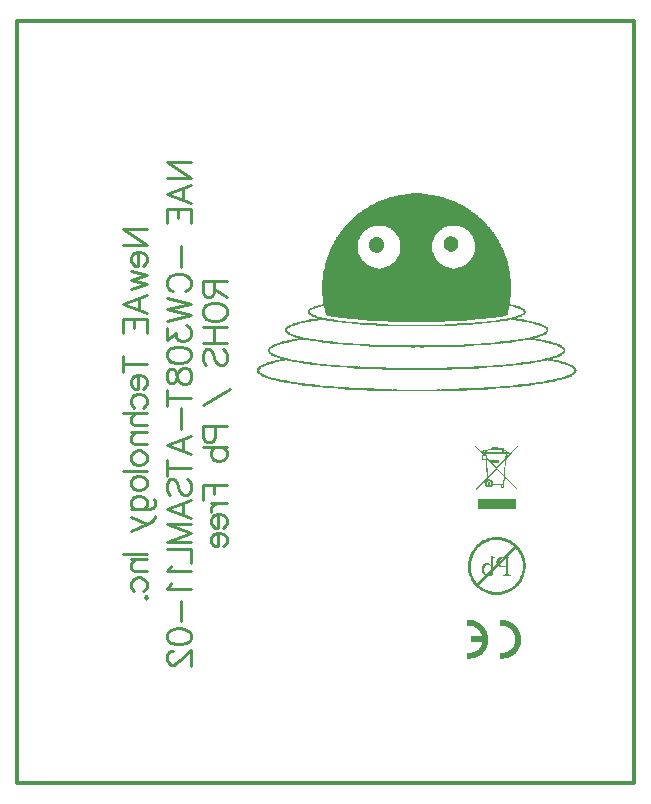
<source format=gbo>
G04*
G04 #@! TF.GenerationSoftware,Altium Limited,Altium Designer,19.0.12 (326)*
G04*
G04 Layer_Color=32896*
%FSLAX25Y25*%
%MOIN*%
G70*
G01*
G75*
%ADD12C,0.01181*%
%ADD14C,0.01000*%
G36*
X135015Y196368D02*
X136899D01*
Y196179D01*
X138218D01*
Y195991D01*
X139348D01*
Y195802D01*
X140290D01*
Y195614D01*
X141044D01*
Y195426D01*
X141797D01*
Y195237D01*
X142362D01*
Y195049D01*
X142928D01*
Y194860D01*
X143493D01*
Y194672D01*
X144058D01*
Y194484D01*
X144435D01*
Y194295D01*
X145000D01*
Y194107D01*
X145377D01*
Y193919D01*
X145942D01*
Y193730D01*
X146319D01*
Y193542D01*
X146695D01*
Y193353D01*
X147072D01*
Y193165D01*
X147449D01*
Y192977D01*
X147826D01*
Y192788D01*
X148203D01*
Y192600D01*
X148579D01*
Y192411D01*
X148956D01*
Y192223D01*
X149145D01*
Y192035D01*
X149521D01*
Y191846D01*
X149710D01*
Y191658D01*
X150087D01*
Y191470D01*
X150463D01*
Y191281D01*
X150652D01*
Y191093D01*
X151029D01*
Y190904D01*
X151217D01*
Y190716D01*
X151405D01*
Y190527D01*
X151782D01*
Y190339D01*
X151971D01*
Y190151D01*
X152347D01*
Y189962D01*
X152536D01*
Y189774D01*
X152724D01*
Y189586D01*
X152912D01*
Y189397D01*
X153289D01*
Y189209D01*
X153478D01*
Y189020D01*
X153666D01*
Y188832D01*
X153854D01*
Y188644D01*
X154043D01*
Y188455D01*
X154231D01*
Y188267D01*
X154420D01*
Y188078D01*
X154608D01*
Y187890D01*
X154985D01*
Y187702D01*
X155173D01*
Y187513D01*
X155361D01*
Y187325D01*
X155550D01*
Y187136D01*
X155738D01*
Y186948D01*
X155927D01*
Y186760D01*
X156115D01*
Y186571D01*
Y186383D01*
X156304D01*
Y186195D01*
X156492D01*
Y186006D01*
X156680D01*
Y185818D01*
X156869D01*
Y185629D01*
X157057D01*
Y185441D01*
X157246D01*
Y185253D01*
X157434D01*
Y185064D01*
Y184876D01*
X157622D01*
Y184687D01*
X157811D01*
Y184499D01*
X157999D01*
Y184311D01*
X158187D01*
Y184122D01*
Y183934D01*
X158376D01*
Y183746D01*
X158564D01*
Y183557D01*
X158753D01*
Y183369D01*
Y183180D01*
X158941D01*
Y182992D01*
X159129D01*
Y182803D01*
Y182615D01*
X159318D01*
Y182427D01*
X159506D01*
Y182238D01*
Y182050D01*
X159695D01*
Y181861D01*
X159883D01*
Y181673D01*
Y181485D01*
X160071D01*
Y181296D01*
X160260D01*
Y181108D01*
Y180920D01*
X160448D01*
Y180731D01*
Y180543D01*
X160636D01*
Y180354D01*
Y180166D01*
X160825D01*
Y179978D01*
Y179789D01*
X161013D01*
Y179601D01*
X161202D01*
Y179412D01*
Y179224D01*
X161390D01*
Y179036D01*
Y178847D01*
X161579D01*
Y178659D01*
Y178471D01*
Y178282D01*
X161767D01*
Y178094D01*
Y177905D01*
X161955D01*
Y177717D01*
Y177529D01*
X162144D01*
Y177340D01*
Y177152D01*
Y176963D01*
X162332D01*
Y176775D01*
Y176587D01*
X162520D01*
Y176398D01*
Y176210D01*
X162709D01*
Y176021D01*
Y175833D01*
Y175645D01*
X162897D01*
Y175456D01*
Y175268D01*
Y175079D01*
X163086D01*
Y174891D01*
Y174703D01*
Y174514D01*
X163274D01*
Y174326D01*
Y174137D01*
Y173949D01*
X163462D01*
Y173761D01*
Y173572D01*
Y173384D01*
Y173196D01*
X163651D01*
Y173007D01*
Y172819D01*
Y172630D01*
Y172442D01*
X163839D01*
Y172254D01*
Y172065D01*
Y171877D01*
Y171688D01*
X164028D01*
Y171500D01*
Y171312D01*
Y171123D01*
Y170935D01*
Y170746D01*
X164216D01*
Y170558D01*
Y170370D01*
Y170181D01*
Y169993D01*
Y169805D01*
Y169616D01*
X164404D01*
Y169428D01*
Y169239D01*
Y169051D01*
Y168862D01*
Y168674D01*
Y168486D01*
Y168297D01*
Y168109D01*
Y167921D01*
X164593D01*
Y167732D01*
Y167544D01*
Y167355D01*
Y167167D01*
Y166979D01*
Y166790D01*
Y166602D01*
Y166413D01*
Y166225D01*
Y166037D01*
Y165848D01*
Y165660D01*
Y165471D01*
Y165283D01*
Y165095D01*
Y164906D01*
Y164718D01*
Y164530D01*
Y164341D01*
Y164153D01*
Y163964D01*
Y163776D01*
Y163588D01*
Y163399D01*
Y163211D01*
Y163022D01*
Y162834D01*
Y162646D01*
Y162457D01*
Y162269D01*
Y162080D01*
X164404D01*
Y161892D01*
Y161704D01*
Y161515D01*
Y161327D01*
Y161138D01*
Y160950D01*
Y160762D01*
Y160573D01*
Y160385D01*
Y160196D01*
X164216D01*
Y160008D01*
Y159820D01*
Y159631D01*
X164593D01*
Y159443D01*
X165346D01*
Y159255D01*
X166100D01*
Y159066D01*
X166853D01*
Y158878D01*
X167419D01*
Y158689D01*
X167795D01*
Y158501D01*
X168172D01*
Y158313D01*
X168549D01*
Y158124D01*
X168926D01*
Y157936D01*
X169114D01*
Y157747D01*
X169302D01*
Y157559D01*
Y157371D01*
X169491D01*
Y157182D01*
Y156994D01*
Y156806D01*
Y156617D01*
X169302D01*
Y156429D01*
X169114D01*
Y156240D01*
Y156052D01*
X168737D01*
Y155863D01*
X168361D01*
Y155675D01*
X168172D01*
Y155487D01*
X167607D01*
Y155298D01*
X167042D01*
Y155110D01*
X166477D01*
Y154922D01*
Y154733D01*
X167607D01*
Y154545D01*
X168926D01*
Y154356D01*
X169868D01*
Y154168D01*
X170810D01*
Y153980D01*
X171563D01*
Y153791D01*
X172317D01*
Y153603D01*
X173070D01*
Y153414D01*
X173824D01*
Y153226D01*
X174389D01*
Y153038D01*
X174766D01*
Y152849D01*
X175331D01*
Y152661D01*
X175708D01*
Y152472D01*
X176085D01*
Y152284D01*
X176273D01*
Y152096D01*
X176650D01*
Y151907D01*
X176838D01*
Y151719D01*
Y151531D01*
X177027D01*
Y151342D01*
Y151154D01*
Y150965D01*
Y150777D01*
Y150589D01*
Y150400D01*
X176838D01*
Y150212D01*
X176650D01*
Y150023D01*
X176461D01*
Y149835D01*
X176273D01*
Y149647D01*
X176085D01*
Y149458D01*
X175519D01*
Y149270D01*
X175143D01*
Y149081D01*
X174766D01*
Y148893D01*
X174201D01*
Y148705D01*
X173635D01*
Y148516D01*
X172694D01*
Y148328D01*
Y148140D01*
X173447D01*
Y147951D01*
X174577D01*
Y147763D01*
X175519D01*
Y147574D01*
X176273D01*
Y147386D01*
X177215D01*
Y147197D01*
X177969D01*
Y147009D01*
X178534D01*
Y146821D01*
X179287D01*
Y146632D01*
X179852D01*
Y146444D01*
X180229D01*
Y146256D01*
X180794D01*
Y146067D01*
X181171D01*
Y145879D01*
X181548D01*
Y145690D01*
X181736D01*
Y145502D01*
X182113D01*
Y145314D01*
X182301D01*
Y145125D01*
X182490D01*
Y144937D01*
Y144748D01*
X182678D01*
Y144560D01*
Y144372D01*
Y144183D01*
Y143995D01*
Y143806D01*
Y143618D01*
X182490D01*
Y143430D01*
Y143241D01*
X182301D01*
Y143053D01*
X182113D01*
Y142865D01*
X181736D01*
Y142676D01*
X181548D01*
Y142488D01*
X181171D01*
Y142299D01*
X180794D01*
Y142111D01*
X180229D01*
Y141922D01*
X179852D01*
Y141734D01*
X179099D01*
Y141546D01*
X178722D01*
Y141357D01*
Y141169D01*
X179476D01*
Y140981D01*
X180418D01*
Y140792D01*
X181171D01*
Y140604D01*
X181736D01*
Y140415D01*
X182490D01*
Y140227D01*
X183055D01*
Y140039D01*
X183620D01*
Y139850D01*
X183997D01*
Y139662D01*
X184374D01*
Y139473D01*
X184751D01*
Y139285D01*
X185127D01*
Y139097D01*
X185504D01*
Y138908D01*
X185693D01*
Y138720D01*
X185881D01*
Y138531D01*
X186069D01*
Y138343D01*
X186258D01*
Y138155D01*
Y137966D01*
Y137778D01*
X186446D01*
Y137590D01*
Y137401D01*
Y137213D01*
X186258D01*
Y137024D01*
Y136836D01*
X186069D01*
Y136648D01*
Y136459D01*
X185881D01*
Y136271D01*
X185693D01*
Y136082D01*
X185316D01*
Y135894D01*
X184939D01*
Y135706D01*
X184751D01*
Y135517D01*
X184185D01*
Y135329D01*
X183809D01*
Y135140D01*
X183432D01*
Y134952D01*
X182867D01*
Y134764D01*
X182113D01*
Y134575D01*
X181548D01*
Y134387D01*
X180794D01*
Y134198D01*
X180041D01*
Y134010D01*
X179287D01*
Y133822D01*
X178345D01*
Y133633D01*
X177403D01*
Y133445D01*
X176273D01*
Y133256D01*
X175143D01*
Y133068D01*
X174201D01*
Y132880D01*
X172694D01*
Y132691D01*
X171186D01*
Y132503D01*
X169868D01*
Y132315D01*
X168172D01*
Y132126D01*
X166288D01*
Y131938D01*
X164404D01*
Y131749D01*
X162332D01*
Y131561D01*
X159506D01*
Y131373D01*
X156869D01*
Y131184D01*
X153854D01*
Y130996D01*
X149898D01*
Y130807D01*
X149710D01*
Y130996D01*
X149521D01*
Y130807D01*
X149333D01*
Y130996D01*
X149145D01*
Y130807D01*
X148956D01*
Y130996D01*
X148768D01*
Y130807D01*
X143305D01*
Y130619D01*
X122958D01*
Y130807D01*
X117306D01*
Y130996D01*
X117118D01*
Y130807D01*
X116930D01*
Y130996D01*
X116741D01*
Y130807D01*
X116553D01*
Y130996D01*
X112408D01*
Y131184D01*
X109394D01*
Y131373D01*
X106945D01*
Y131561D01*
X103931D01*
Y131749D01*
X102047D01*
Y131938D01*
X99974D01*
Y132126D01*
X98279D01*
Y132315D01*
X96395D01*
Y132503D01*
X94888D01*
Y132691D01*
X93569D01*
Y132880D01*
X92250D01*
Y133068D01*
X91120D01*
Y133256D01*
X89990D01*
Y133445D01*
X88859D01*
Y133633D01*
X87917D01*
Y133822D01*
X87164D01*
Y134010D01*
X86222D01*
Y134198D01*
X85468D01*
Y134387D01*
X84715D01*
Y134575D01*
X84149D01*
Y134764D01*
X83584D01*
Y134952D01*
X83019D01*
Y135140D01*
X82454D01*
Y135329D01*
X82077D01*
Y135517D01*
X81700D01*
Y135706D01*
X81324D01*
Y135894D01*
X80947D01*
Y136082D01*
X80759D01*
Y136271D01*
X80382D01*
Y136459D01*
X80193D01*
Y136648D01*
Y136836D01*
X80005D01*
Y137024D01*
Y137213D01*
Y137401D01*
Y137590D01*
Y137778D01*
Y137966D01*
Y138155D01*
Y138343D01*
X80193D01*
Y138531D01*
X80382D01*
Y138720D01*
X80570D01*
Y138908D01*
X80759D01*
Y139097D01*
X81135D01*
Y139285D01*
X81512D01*
Y139473D01*
X81889D01*
Y139662D01*
X82266D01*
Y139850D01*
X82831D01*
Y140039D01*
X83208D01*
Y140227D01*
X83773D01*
Y140415D01*
X84526D01*
Y140604D01*
X85092D01*
Y140792D01*
X86033D01*
Y140981D01*
X86787D01*
Y141169D01*
X87729D01*
Y141357D01*
X87541D01*
Y141546D01*
X87164D01*
Y141734D01*
X86410D01*
Y141922D01*
X86033D01*
Y142111D01*
X85468D01*
Y142299D01*
X85092D01*
Y142488D01*
X84715D01*
Y142676D01*
X84526D01*
Y142865D01*
X84149D01*
Y143053D01*
X83961D01*
Y143241D01*
X83773D01*
Y143430D01*
Y143618D01*
X83584D01*
Y143806D01*
Y143995D01*
Y144183D01*
Y144372D01*
Y144560D01*
Y144748D01*
X83773D01*
Y144937D01*
X83961D01*
Y145125D01*
Y145314D01*
X84338D01*
Y145502D01*
X84526D01*
Y145690D01*
X84903D01*
Y145879D01*
X85280D01*
Y146067D01*
X85657D01*
Y146256D01*
X86033D01*
Y146444D01*
X86599D01*
Y146632D01*
X87164D01*
Y146821D01*
X87729D01*
Y147009D01*
X88294D01*
Y147197D01*
X89048D01*
Y147386D01*
X89990D01*
Y147574D01*
X90932D01*
Y147763D01*
X91685D01*
Y147951D01*
X92816D01*
Y148140D01*
X93569D01*
Y148328D01*
X93381D01*
Y148516D01*
X92627D01*
Y148705D01*
X92062D01*
Y148893D01*
X91497D01*
Y149081D01*
X91120D01*
Y149270D01*
X90743D01*
Y149458D01*
X90366D01*
Y149647D01*
X89990D01*
Y149835D01*
X89801D01*
Y150023D01*
X89613D01*
Y150212D01*
X89425D01*
Y150400D01*
X89236D01*
Y150589D01*
Y150777D01*
Y150965D01*
Y151154D01*
Y151342D01*
Y151531D01*
X89425D01*
Y151719D01*
Y151907D01*
X89613D01*
Y152096D01*
X89990D01*
Y152284D01*
X90178D01*
Y152472D01*
X90555D01*
Y152661D01*
X90932D01*
Y152849D01*
X91497D01*
Y153038D01*
X91874D01*
Y153226D01*
X92627D01*
Y153414D01*
X93192D01*
Y153603D01*
X93946D01*
Y153791D01*
X94700D01*
Y153980D01*
X95453D01*
Y154168D01*
X96395D01*
Y154356D01*
X97337D01*
Y154545D01*
X98656D01*
Y154733D01*
X99786D01*
Y154922D01*
Y155110D01*
X99221D01*
Y155298D01*
X98656D01*
Y155487D01*
X98279D01*
Y155675D01*
X97902D01*
Y155863D01*
X97525D01*
Y156052D01*
X97337D01*
Y156240D01*
X97149D01*
Y156429D01*
X96960D01*
Y156617D01*
Y156806D01*
X96772D01*
Y156994D01*
Y157182D01*
X96960D01*
Y157371D01*
Y157559D01*
Y157747D01*
X97149D01*
Y157936D01*
X97337D01*
Y158124D01*
X97714D01*
Y158313D01*
X98090D01*
Y158501D01*
X98467D01*
Y158689D01*
X99032D01*
Y158878D01*
X99598D01*
Y159066D01*
X100163D01*
Y159255D01*
X100916D01*
Y159443D01*
X101670D01*
Y159631D01*
X102047D01*
Y159820D01*
Y160008D01*
Y160196D01*
Y160385D01*
Y160573D01*
X101858D01*
Y160762D01*
Y160950D01*
Y161138D01*
Y161327D01*
Y161515D01*
Y161704D01*
Y161892D01*
Y162080D01*
Y162269D01*
X101670D01*
Y162457D01*
Y162646D01*
Y162834D01*
Y163022D01*
Y163211D01*
Y163399D01*
Y163588D01*
Y163776D01*
Y163964D01*
Y164153D01*
Y164341D01*
Y164530D01*
Y164718D01*
Y164906D01*
Y165095D01*
Y165283D01*
Y165471D01*
Y165660D01*
Y165848D01*
Y166037D01*
Y166225D01*
Y166413D01*
Y166602D01*
Y166790D01*
Y166979D01*
Y167167D01*
Y167355D01*
Y167544D01*
X101858D01*
Y167732D01*
Y167921D01*
Y168109D01*
Y168297D01*
Y168486D01*
Y168674D01*
Y168862D01*
Y169051D01*
Y169239D01*
Y169428D01*
X102047D01*
Y169616D01*
Y169805D01*
Y169993D01*
Y170181D01*
Y170370D01*
Y170558D01*
X102235D01*
Y170746D01*
Y170935D01*
Y171123D01*
Y171312D01*
Y171500D01*
X102424D01*
Y171688D01*
Y171877D01*
Y172065D01*
Y172254D01*
Y172442D01*
X102612D01*
Y172630D01*
Y172819D01*
Y173007D01*
Y173196D01*
X102800D01*
Y173384D01*
Y173572D01*
Y173761D01*
X102989D01*
Y173949D01*
Y174137D01*
Y174326D01*
X103177D01*
Y174514D01*
Y174703D01*
Y174891D01*
X103366D01*
Y175079D01*
Y175268D01*
Y175456D01*
X103554D01*
Y175645D01*
Y175833D01*
Y176021D01*
X103742D01*
Y176210D01*
Y176398D01*
Y176587D01*
X103931D01*
Y176775D01*
Y176963D01*
X104119D01*
Y177152D01*
Y177340D01*
X104307D01*
Y177529D01*
Y177717D01*
Y177905D01*
X104496D01*
Y178094D01*
Y178282D01*
X104684D01*
Y178471D01*
Y178659D01*
X104873D01*
Y178847D01*
Y179036D01*
X105061D01*
Y179224D01*
Y179412D01*
X105249D01*
Y179601D01*
Y179789D01*
X105438D01*
Y179978D01*
Y180166D01*
X105626D01*
Y180354D01*
Y180543D01*
X105815D01*
Y180731D01*
Y180920D01*
X106003D01*
Y181108D01*
X106191D01*
Y181296D01*
Y181485D01*
X106380D01*
Y181673D01*
Y181861D01*
X106568D01*
Y182050D01*
X106756D01*
Y182238D01*
Y182427D01*
X106945D01*
Y182615D01*
X107133D01*
Y182803D01*
Y182992D01*
X107322D01*
Y183180D01*
X107510D01*
Y183369D01*
X107699D01*
Y183557D01*
Y183746D01*
X107887D01*
Y183934D01*
X108075D01*
Y184122D01*
X108264D01*
Y184311D01*
Y184499D01*
X108452D01*
Y184687D01*
X108640D01*
Y184876D01*
X108829D01*
Y185064D01*
X109017D01*
Y185253D01*
Y185441D01*
X109206D01*
Y185629D01*
X109394D01*
Y185818D01*
X109582D01*
Y186006D01*
X109771D01*
Y186195D01*
X109959D01*
Y186383D01*
X110148D01*
Y186571D01*
X110336D01*
Y186760D01*
X110524D01*
Y186948D01*
X110713D01*
Y187136D01*
X110901D01*
Y187325D01*
Y187513D01*
X111278D01*
Y187702D01*
X111466D01*
Y187890D01*
X111655D01*
Y188078D01*
X111843D01*
Y188267D01*
X112031D01*
Y188455D01*
X112220D01*
Y188644D01*
X112408D01*
Y188832D01*
X112597D01*
Y189020D01*
X112785D01*
Y189209D01*
X113162D01*
Y189397D01*
X113350D01*
Y189586D01*
X113539D01*
Y189774D01*
X113727D01*
Y189962D01*
X114104D01*
Y190151D01*
X114292D01*
Y190339D01*
X114481D01*
Y190527D01*
X114857D01*
Y190716D01*
X115046D01*
Y190904D01*
X115234D01*
Y191093D01*
X115611D01*
Y191281D01*
X115988D01*
Y191470D01*
X116176D01*
Y191658D01*
X116553D01*
Y191846D01*
X116741D01*
Y192035D01*
X117118D01*
Y192223D01*
X117495D01*
Y192411D01*
X117683D01*
Y192600D01*
X118060D01*
Y192788D01*
X118437D01*
Y192977D01*
X118814D01*
Y193165D01*
X119190D01*
Y193353D01*
X119567D01*
Y193542D01*
X119944D01*
Y193730D01*
X120321D01*
Y193919D01*
X120886D01*
Y194107D01*
X121263D01*
Y194295D01*
X121828D01*
Y194484D01*
X122205D01*
Y194672D01*
X122770D01*
Y194860D01*
X123335D01*
Y195049D01*
X123900D01*
Y195237D01*
X124465D01*
Y195426D01*
X125407D01*
Y195614D01*
X125972D01*
Y195802D01*
X126914D01*
Y195991D01*
X128045D01*
Y196179D01*
X129364D01*
Y196368D01*
X131247D01*
Y196556D01*
X135015D01*
Y196368D01*
D02*
G37*
G36*
X162030Y54366D02*
X162516Y54320D01*
X162955Y54204D01*
X163395Y54088D01*
X163788Y53949D01*
X164182Y53787D01*
X164529Y53625D01*
X164830Y53440D01*
X165131Y53255D01*
X165385Y53093D01*
X165593Y52931D01*
X165779Y52792D01*
X165940Y52677D01*
X166033Y52584D01*
X166103Y52515D01*
X166126Y52491D01*
X166450Y52121D01*
X166750Y51751D01*
X167005Y51381D01*
X167213Y50987D01*
X167398Y50594D01*
X167537Y50224D01*
X167676Y49854D01*
X167769Y49506D01*
X167838Y49183D01*
X167907Y48882D01*
X167931Y48604D01*
X167977Y48373D01*
Y48188D01*
X168000Y48049D01*
Y47956D01*
Y47933D01*
X167977Y47447D01*
X167907Y46984D01*
X167815Y46521D01*
X167699Y46105D01*
X167560Y45688D01*
X167398Y45318D01*
X167236Y44971D01*
X167051Y44647D01*
X166889Y44369D01*
X166727Y44115D01*
X166565Y43907D01*
X166427Y43721D01*
X166288Y43560D01*
X166195Y43467D01*
X166149Y43398D01*
X166126Y43374D01*
X165755Y43050D01*
X165385Y42750D01*
X164992Y42495D01*
X164598Y42287D01*
X164228Y42102D01*
X163835Y41963D01*
X163465Y41824D01*
X163118Y41731D01*
X162794Y41662D01*
X162493Y41593D01*
X162215Y41569D01*
X161984Y41523D01*
X161799D01*
X161660Y41500D01*
X161312D01*
X161104Y41523D01*
X160896D01*
Y43467D01*
X161127Y43444D01*
X161336Y43421D01*
X161544D01*
X161891Y43444D01*
X162215Y43467D01*
X162539Y43536D01*
X162840Y43629D01*
X163372Y43837D01*
X163835Y44092D01*
X164043Y44207D01*
X164228Y44323D01*
X164367Y44439D01*
X164506Y44531D01*
X164598Y44624D01*
X164668Y44693D01*
X164714Y44717D01*
X164737Y44740D01*
X164969Y44994D01*
X165177Y45272D01*
X165339Y45526D01*
X165501Y45804D01*
X165617Y46082D01*
X165732Y46336D01*
X165894Y46845D01*
X165987Y47285D01*
X166010Y47470D01*
X166033Y47632D01*
X166056Y47748D01*
Y47840D01*
Y47910D01*
Y47933D01*
X166033Y48280D01*
X166010Y48604D01*
X165940Y48928D01*
X165848Y49229D01*
X165640Y49761D01*
X165385Y50224D01*
X165269Y50432D01*
X165154Y50617D01*
X165038Y50756D01*
X164945Y50895D01*
X164853Y50987D01*
X164784Y51057D01*
X164760Y51103D01*
X164737Y51126D01*
X164483Y51358D01*
X164228Y51566D01*
X163951Y51751D01*
X163673Y51913D01*
X163418Y52029D01*
X163141Y52144D01*
X162655Y52306D01*
X162215Y52399D01*
X162007Y52422D01*
X161868Y52445D01*
X161729Y52468D01*
X161312D01*
X161104Y52445D01*
X160942Y52422D01*
X160896D01*
Y54366D01*
X161104Y54389D01*
X161544D01*
X162030Y54366D01*
D02*
G37*
G36*
X151061D02*
X151548Y54320D01*
X151987Y54204D01*
X152427Y54088D01*
X152820Y53949D01*
X153214Y53787D01*
X153561Y53625D01*
X153861Y53440D01*
X154162Y53255D01*
X154417Y53093D01*
X154625Y52931D01*
X154810Y52792D01*
X154972Y52677D01*
X155065Y52584D01*
X155134Y52515D01*
X155157Y52491D01*
X155481Y52121D01*
X155782Y51751D01*
X156037Y51381D01*
X156245Y50987D01*
X156430Y50594D01*
X156569Y50224D01*
X156708Y49854D01*
X156800Y49506D01*
X156870Y49183D01*
X156939Y48882D01*
X156962Y48604D01*
X157009Y48373D01*
Y48188D01*
X157032Y48049D01*
Y47956D01*
Y47933D01*
X157009Y47447D01*
X156939Y46984D01*
X156846Y46521D01*
X156731Y46105D01*
X156592Y45688D01*
X156430Y45318D01*
X156268Y44971D01*
X156083Y44647D01*
X155921Y44369D01*
X155759Y44115D01*
X155597Y43907D01*
X155458Y43721D01*
X155319Y43560D01*
X155227Y43467D01*
X155180Y43398D01*
X155157Y43374D01*
X154787Y43050D01*
X154417Y42750D01*
X154023Y42495D01*
X153630Y42287D01*
X153260Y42102D01*
X152866Y41963D01*
X152496Y41824D01*
X152149Y41731D01*
X151825Y41662D01*
X151524Y41593D01*
X151247Y41569D01*
X151015Y41523D01*
X150830D01*
X150691Y41500D01*
X150344D01*
X150136Y41523D01*
X149928D01*
X149951Y43467D01*
X150159Y43444D01*
X150367Y43421D01*
X150576D01*
X150876Y43444D01*
X151154Y43467D01*
X151686Y43583D01*
X152172Y43745D01*
X152589Y43930D01*
X152936Y44092D01*
X153075Y44184D01*
X153190Y44254D01*
X153306Y44323D01*
X153375Y44369D01*
X153399Y44416D01*
X153422D01*
X153838Y44809D01*
X154185Y45249D01*
X154463Y45665D01*
X154671Y46082D01*
X154810Y46429D01*
X154880Y46591D01*
X154926Y46730D01*
X154949Y46822D01*
X154972Y46915D01*
X154995Y46961D01*
Y46984D01*
X151224D01*
Y48905D01*
X154995D01*
X154833Y49460D01*
X154602Y49969D01*
X154347Y50409D01*
X154093Y50779D01*
X153838Y51080D01*
X153630Y51288D01*
X153468Y51427D01*
X153445Y51473D01*
X153422D01*
X153190Y51658D01*
X152936Y51797D01*
X152450Y52052D01*
X151964Y52237D01*
X151524Y52353D01*
X151154Y52422D01*
X150992Y52445D01*
X150853D01*
X150738Y52468D01*
X150344D01*
X150136Y52445D01*
X149974Y52422D01*
X149928D01*
Y54366D01*
X150182Y54389D01*
X150576D01*
X151061Y54366D01*
D02*
G37*
G36*
X160568Y82061D02*
X161285Y81969D01*
X161956Y81830D01*
X162604Y81645D01*
X163206Y81437D01*
X163761Y81182D01*
X164294Y80928D01*
X164756Y80673D01*
X165196Y80395D01*
X165566Y80141D01*
X165890Y79909D01*
X166168Y79678D01*
X166399Y79493D01*
X166538Y79354D01*
X166654Y79262D01*
X166677Y79238D01*
X167163Y78683D01*
X167603Y78128D01*
X167996Y77549D01*
X168297Y76971D01*
X168574Y76392D01*
X168806Y75814D01*
X168991Y75282D01*
X169153Y74749D01*
X169269Y74263D01*
X169361Y73800D01*
X169407Y73407D01*
X169454Y73060D01*
X169477Y72782D01*
X169500Y72574D01*
Y72435D01*
Y72412D01*
Y72389D01*
X169477Y71649D01*
X169384Y70954D01*
X169246Y70260D01*
X169060Y69635D01*
X168852Y69034D01*
X168597Y68455D01*
X168343Y67946D01*
X168088Y67460D01*
X167834Y67044D01*
X167579Y66650D01*
X167325Y66326D01*
X167117Y66049D01*
X166931Y65840D01*
X166793Y65678D01*
X166700Y65563D01*
X166677Y65539D01*
X166145Y65054D01*
X165566Y64614D01*
X164988Y64221D01*
X164409Y63920D01*
X163831Y63642D01*
X163275Y63411D01*
X162720Y63226D01*
X162188Y63064D01*
X161702Y62948D01*
X161239Y62855D01*
X160846Y62809D01*
X160498Y62763D01*
X160221Y62740D01*
X160013Y62717D01*
X159827D01*
X159087Y62740D01*
X158393Y62832D01*
X157722Y62971D01*
X157074Y63156D01*
X156472Y63364D01*
X155917Y63619D01*
X155385Y63873D01*
X154922Y64128D01*
X154482Y64382D01*
X154112Y64637D01*
X153788Y64892D01*
X153510Y65100D01*
X153279Y65285D01*
X153140Y65424D01*
X153024Y65516D01*
X153001Y65539D01*
X152492Y66095D01*
X152052Y66650D01*
X151682Y67229D01*
X151358Y67807D01*
X151081Y68386D01*
X150849Y68964D01*
X150664Y69520D01*
X150502Y70029D01*
X150386Y70515D01*
X150294Y70977D01*
X150248Y71371D01*
X150201Y71718D01*
X150178Y71996D01*
X150155Y72204D01*
Y72343D01*
Y72389D01*
X150178Y73129D01*
X150271Y73824D01*
X150409Y74518D01*
X150595Y75143D01*
X150803Y75744D01*
X151057Y76323D01*
X151312Y76832D01*
X151567Y77318D01*
X151844Y77758D01*
X152099Y78128D01*
X152330Y78452D01*
X152561Y78729D01*
X152747Y78961D01*
X152885Y79100D01*
X152978Y79215D01*
X153001Y79238D01*
X153533Y79747D01*
X154112Y80187D01*
X154667Y80557D01*
X155269Y80881D01*
X155824Y81159D01*
X156403Y81390D01*
X156958Y81576D01*
X157467Y81738D01*
X157953Y81853D01*
X158416Y81946D01*
X158809Y81992D01*
X159156Y82038D01*
X159434Y82061D01*
X159642Y82085D01*
X159827D01*
X160568Y82061D01*
D02*
G37*
G36*
X167000Y112210D02*
X163089Y108138D01*
X162974Y107027D01*
X162719Y104366D01*
X162534Y102445D01*
X166722Y98118D01*
X166445Y97840D01*
X162488Y101890D01*
X162256Y99414D01*
X162141D01*
Y98465D01*
X161261D01*
Y99414D01*
X158531D01*
X158438Y99229D01*
X158299Y99044D01*
X158114Y98835D01*
X157860Y98650D01*
X157559Y98558D01*
X157281Y98535D01*
X157003D01*
X156795Y98604D01*
X156541Y98697D01*
X156333Y98835D01*
X156170Y98997D01*
X156009Y99229D01*
X155893Y99483D01*
X155823Y99715D01*
X155800Y99923D01*
X155823Y100154D01*
X155870Y100339D01*
X155939Y100525D01*
X156032Y100710D01*
X156147Y100872D01*
X156309Y101034D01*
X156494Y101149D01*
X156656Y101219D01*
X156633Y101427D01*
X153162Y97840D01*
X152885Y98141D01*
X156587Y101982D01*
X156286Y105338D01*
X156078Y107767D01*
X154967D01*
Y109318D01*
X155268D01*
X152445Y112210D01*
X152746Y112488D01*
X155384Y109757D01*
Y109966D01*
X155337Y110012D01*
X155268Y110058D01*
X155199Y110128D01*
X155129Y110197D01*
X155083Y110313D01*
X155060Y110405D01*
X155037Y110521D01*
X155060Y110660D01*
X155106Y110752D01*
X155199Y110915D01*
X155314Y111007D01*
X155476Y111076D01*
X155638Y111100D01*
X155800Y111076D01*
X155939Y111030D01*
X156055Y110961D01*
X156101Y110891D01*
X156217Y110984D01*
X156379Y111100D01*
X156587Y111192D01*
X156888Y111308D01*
X157212Y111400D01*
X157536Y111470D01*
X157883Y111539D01*
X158160Y111562D01*
Y111909D01*
X160382D01*
Y111609D01*
X160567D01*
X160845Y111585D01*
X161146Y111539D01*
X161446Y111493D01*
Y111678D01*
X162395D01*
Y111238D01*
X162511Y111169D01*
X162673Y111100D01*
X162835Y111007D01*
X162974Y110915D01*
X163112Y110799D01*
X163205Y110706D01*
X163251Y110637D01*
X163298Y110544D01*
X163275Y110382D01*
X163830D01*
Y109665D01*
X163228D01*
X163136Y108762D01*
X166722Y112488D01*
X167000Y112210D01*
D02*
G37*
G36*
X166167Y94647D02*
Y94601D01*
Y94508D01*
Y94416D01*
Y94323D01*
Y94231D01*
Y94184D01*
Y94161D01*
Y93791D01*
Y93444D01*
Y93282D01*
Y93166D01*
Y93097D01*
Y93073D01*
Y92657D01*
Y92472D01*
Y92310D01*
Y92171D01*
Y92079D01*
Y92009D01*
Y91986D01*
Y91824D01*
Y91708D01*
Y91616D01*
Y91569D01*
Y91500D01*
X153509D01*
Y91523D01*
Y91569D01*
Y91755D01*
Y91917D01*
Y91963D01*
Y91986D01*
Y92356D01*
Y92703D01*
Y92865D01*
Y92981D01*
Y93050D01*
Y93073D01*
Y93490D01*
Y93675D01*
Y93837D01*
Y93976D01*
Y94068D01*
Y94138D01*
Y94161D01*
Y94323D01*
Y94462D01*
Y94555D01*
Y94601D01*
Y94647D01*
Y94670D01*
X166167D01*
Y94647D01*
D02*
G37*
%LPC*%
G36*
X147072Y185818D02*
X143870D01*
Y185629D01*
X143305D01*
Y185441D01*
X142739D01*
Y185253D01*
X142362D01*
Y185064D01*
X141986D01*
Y184876D01*
X141609D01*
Y184687D01*
X141421D01*
Y184499D01*
X141044D01*
Y184311D01*
X140855D01*
Y184122D01*
X140667D01*
Y183934D01*
X140479D01*
Y183746D01*
X140290D01*
Y183557D01*
X140102D01*
Y183369D01*
X139913D01*
Y183180D01*
X139725D01*
Y182992D01*
Y182803D01*
X139537D01*
Y182615D01*
X139348D01*
Y182427D01*
Y182238D01*
X139160D01*
Y182050D01*
Y181861D01*
X138971D01*
Y181673D01*
Y181485D01*
X138783D01*
Y181296D01*
Y181108D01*
Y180920D01*
X138595D01*
Y180731D01*
Y180543D01*
Y180354D01*
X138406D01*
Y180166D01*
Y179978D01*
Y179789D01*
Y179601D01*
Y179412D01*
Y179224D01*
Y179036D01*
Y178847D01*
Y178659D01*
Y178471D01*
Y178282D01*
Y178094D01*
Y177905D01*
Y177717D01*
Y177529D01*
Y177340D01*
Y177152D01*
X138595D01*
Y176963D01*
Y176775D01*
Y176587D01*
X138783D01*
Y176398D01*
Y176210D01*
Y176021D01*
X138971D01*
Y175833D01*
Y175645D01*
X139160D01*
Y175456D01*
Y175268D01*
X139348D01*
Y175079D01*
Y174891D01*
X139537D01*
Y174703D01*
X139725D01*
Y174514D01*
Y174326D01*
X139913D01*
Y174137D01*
X140102D01*
Y173949D01*
X140290D01*
Y173761D01*
X140479D01*
Y173572D01*
X140667D01*
Y173384D01*
X140855D01*
Y173196D01*
X141044D01*
Y173007D01*
X141421D01*
Y172819D01*
X141609D01*
Y172630D01*
X141986D01*
Y172442D01*
X142362D01*
Y172254D01*
X142739D01*
Y172065D01*
X143116D01*
Y171877D01*
X143870D01*
Y171688D01*
X145000D01*
Y171500D01*
X145942D01*
Y171688D01*
X147072D01*
Y171877D01*
X147826D01*
Y172065D01*
X148203D01*
Y172254D01*
X148579D01*
Y172442D01*
X148956D01*
Y172630D01*
X149333D01*
Y172819D01*
X149521D01*
Y173007D01*
X149898D01*
Y173196D01*
X150087D01*
Y173384D01*
X150275D01*
Y173572D01*
X150463D01*
Y173761D01*
X150652D01*
Y173949D01*
X150840D01*
Y174137D01*
X151029D01*
Y174326D01*
X151217D01*
Y174514D01*
Y174703D01*
X151405D01*
Y174891D01*
X151594D01*
Y175079D01*
Y175268D01*
X151782D01*
Y175456D01*
Y175645D01*
X151971D01*
Y175833D01*
Y176021D01*
X152159D01*
Y176210D01*
Y176398D01*
X152347D01*
Y176587D01*
Y176775D01*
Y176963D01*
Y177152D01*
X152536D01*
Y177340D01*
Y177529D01*
Y177717D01*
Y177905D01*
Y178094D01*
Y178282D01*
Y178471D01*
Y178659D01*
Y178847D01*
Y179036D01*
Y179224D01*
Y179412D01*
Y179601D01*
Y179789D01*
Y179978D01*
Y180166D01*
Y180354D01*
X152347D01*
Y180543D01*
Y180731D01*
Y180920D01*
X152159D01*
Y181108D01*
Y181296D01*
Y181485D01*
X151971D01*
Y181673D01*
Y181861D01*
X151782D01*
Y182050D01*
Y182238D01*
X151594D01*
Y182427D01*
Y182615D01*
X151405D01*
Y182803D01*
X151217D01*
Y182992D01*
X151029D01*
Y183180D01*
Y183369D01*
X150840D01*
Y183557D01*
X150652D01*
Y183746D01*
X150463D01*
Y183934D01*
X150275D01*
Y184122D01*
X150087D01*
Y184311D01*
X149710D01*
Y184499D01*
X149521D01*
Y184687D01*
X149333D01*
Y184876D01*
X148956D01*
Y185064D01*
X148579D01*
Y185253D01*
X148203D01*
Y185441D01*
X147637D01*
Y185629D01*
X147072D01*
Y185818D01*
D02*
G37*
G36*
X122205D02*
X119002D01*
Y185629D01*
X118437D01*
Y185441D01*
X117872D01*
Y185253D01*
X117495D01*
Y185064D01*
X117118D01*
Y184876D01*
X116741D01*
Y184687D01*
X116553D01*
Y184499D01*
X116176D01*
Y184311D01*
X115988D01*
Y184122D01*
X115799D01*
Y183934D01*
X115611D01*
Y183746D01*
X115422D01*
Y183557D01*
X115234D01*
Y183369D01*
X115046D01*
Y183180D01*
X114857D01*
Y182992D01*
Y182803D01*
X114669D01*
Y182615D01*
X114481D01*
Y182427D01*
Y182238D01*
X114292D01*
Y182050D01*
Y181861D01*
X114104D01*
Y181673D01*
Y181485D01*
X113915D01*
Y181296D01*
Y181108D01*
X113727D01*
Y180920D01*
Y180731D01*
Y180543D01*
Y180354D01*
Y180166D01*
X113539D01*
Y179978D01*
Y179789D01*
Y179601D01*
Y179412D01*
Y179224D01*
Y179036D01*
Y178847D01*
Y178659D01*
Y178471D01*
Y178282D01*
Y178094D01*
Y177905D01*
Y177717D01*
Y177529D01*
Y177340D01*
Y177152D01*
X113727D01*
Y176963D01*
Y176775D01*
Y176587D01*
Y176398D01*
X113915D01*
Y176210D01*
Y176021D01*
X114104D01*
Y175833D01*
Y175645D01*
X114292D01*
Y175456D01*
Y175268D01*
X114481D01*
Y175079D01*
Y174891D01*
X114669D01*
Y174703D01*
X114857D01*
Y174514D01*
Y174326D01*
X115046D01*
Y174137D01*
X115234D01*
Y173949D01*
X115422D01*
Y173761D01*
X115611D01*
Y173572D01*
X115799D01*
Y173384D01*
X115988D01*
Y173196D01*
X116176D01*
Y173007D01*
X116553D01*
Y172819D01*
X116741D01*
Y172630D01*
X117118D01*
Y172442D01*
X117495D01*
Y172254D01*
X117872D01*
Y172065D01*
X118248D01*
Y171877D01*
X119002D01*
Y171688D01*
X120132D01*
Y171500D01*
X121074D01*
Y171688D01*
X122205D01*
Y171877D01*
X122958D01*
Y172065D01*
X123335D01*
Y172254D01*
X123712D01*
Y172442D01*
X124089D01*
Y172630D01*
X124465D01*
Y172819D01*
X124654D01*
Y173007D01*
X125031D01*
Y173196D01*
X125219D01*
Y173384D01*
X125407D01*
Y173572D01*
X125596D01*
Y173761D01*
X125784D01*
Y173949D01*
X125972D01*
Y174137D01*
X126161D01*
Y174326D01*
X126349D01*
Y174514D01*
Y174703D01*
X126538D01*
Y174891D01*
X126726D01*
Y175079D01*
Y175268D01*
X126914D01*
Y175456D01*
Y175645D01*
X127103D01*
Y175833D01*
Y176021D01*
X127291D01*
Y176210D01*
Y176398D01*
X127480D01*
Y176587D01*
Y176775D01*
Y176963D01*
Y177152D01*
Y177340D01*
X127668D01*
Y177529D01*
Y177717D01*
Y177905D01*
Y178094D01*
Y178282D01*
Y178471D01*
Y178659D01*
Y178847D01*
Y179036D01*
Y179224D01*
Y179412D01*
Y179601D01*
Y179789D01*
Y179978D01*
Y180166D01*
X127480D01*
Y180354D01*
Y180543D01*
Y180731D01*
Y180920D01*
X127291D01*
Y181108D01*
Y181296D01*
Y181485D01*
X127103D01*
Y181673D01*
Y181861D01*
X126914D01*
Y182050D01*
Y182238D01*
X126726D01*
Y182427D01*
Y182615D01*
X126538D01*
Y182803D01*
X126349D01*
Y182992D01*
Y183180D01*
X126161D01*
Y183369D01*
X125972D01*
Y183557D01*
X125784D01*
Y183746D01*
X125596D01*
Y183934D01*
X125407D01*
Y184122D01*
X125219D01*
Y184311D01*
X125031D01*
Y184499D01*
X124654D01*
Y184687D01*
X124465D01*
Y184876D01*
X124089D01*
Y185064D01*
X123712D01*
Y185253D01*
X123335D01*
Y185441D01*
X122770D01*
Y185629D01*
X122205D01*
Y185818D01*
D02*
G37*
G36*
X164404Y159066D02*
X164028D01*
Y158878D01*
Y158689D01*
Y158501D01*
Y158313D01*
X163839D01*
Y158124D01*
Y157936D01*
Y157747D01*
Y157559D01*
X163651D01*
Y157371D01*
Y157182D01*
Y156994D01*
Y156806D01*
Y156617D01*
X163462D01*
Y156429D01*
Y156240D01*
Y156052D01*
X163274D01*
Y155863D01*
X162897D01*
Y155675D01*
X161767D01*
Y155487D01*
X160636D01*
Y155298D01*
X159506D01*
Y155110D01*
X158187D01*
Y154922D01*
X156304D01*
Y154733D01*
X154420D01*
Y154545D01*
X152536D01*
Y154356D01*
X149898D01*
Y154168D01*
X146319D01*
Y153980D01*
X142551D01*
Y153791D01*
X123712D01*
Y153980D01*
X119944D01*
Y154168D01*
X116553D01*
Y154356D01*
X113727D01*
Y154545D01*
X111843D01*
Y154733D01*
X109959D01*
Y154922D01*
X108075D01*
Y155110D01*
X106756D01*
Y155298D01*
X105626D01*
Y155487D01*
X104496D01*
Y155675D01*
X103366D01*
Y155863D01*
X102989D01*
Y156052D01*
Y156240D01*
X102800D01*
Y156429D01*
Y156617D01*
Y156806D01*
X102612D01*
Y156994D01*
Y157182D01*
Y157371D01*
Y157559D01*
X102424D01*
Y157747D01*
Y157936D01*
Y158124D01*
Y158313D01*
Y158501D01*
X102235D01*
Y158689D01*
Y158878D01*
X102047D01*
Y159066D01*
X101858D01*
Y158878D01*
X101105D01*
Y158689D01*
X100351D01*
Y158501D01*
X99786D01*
Y158313D01*
X99221D01*
Y158124D01*
X98656D01*
Y157936D01*
X98279D01*
Y157747D01*
X98090D01*
Y157559D01*
X97714D01*
Y157371D01*
X97525D01*
Y157182D01*
Y156994D01*
Y156806D01*
Y156617D01*
X97902D01*
Y156429D01*
X98090D01*
Y156240D01*
X98467D01*
Y156052D01*
X98844D01*
Y155863D01*
X99409D01*
Y155675D01*
X99974D01*
Y155487D01*
X100728D01*
Y155298D01*
X101482D01*
Y155110D01*
X102424D01*
Y154922D01*
X103177D01*
Y154733D01*
X104119D01*
Y154545D01*
X105626D01*
Y154356D01*
X106756D01*
Y154168D01*
X108075D01*
Y153980D01*
X109582D01*
Y153791D01*
X111655D01*
Y153603D01*
X113539D01*
Y153414D01*
X115988D01*
Y153226D01*
X119755D01*
Y153038D01*
X123523D01*
Y152849D01*
X142739D01*
Y153038D01*
X146507D01*
Y153226D01*
X150275D01*
Y153414D01*
X152724D01*
Y153603D01*
X154608D01*
Y153791D01*
X156680D01*
Y153980D01*
X158187D01*
Y154168D01*
X159506D01*
Y154356D01*
X160825D01*
Y154545D01*
X162144D01*
Y154733D01*
X163086D01*
Y154922D01*
X164028D01*
Y155110D01*
X164970D01*
Y155298D01*
X165723D01*
Y155487D01*
X166288D01*
Y155675D01*
X166853D01*
Y155863D01*
X167419D01*
Y156052D01*
X167795D01*
Y156240D01*
X168172D01*
Y156429D01*
X168549D01*
Y156617D01*
X168737D01*
Y156806D01*
X168926D01*
Y156994D01*
Y157182D01*
X168737D01*
Y157371D01*
X168549D01*
Y157559D01*
X168361D01*
Y157747D01*
X167984D01*
Y157936D01*
X167607D01*
Y158124D01*
X167042D01*
Y158313D01*
X166477D01*
Y158501D01*
X165911D01*
Y158689D01*
X165158D01*
Y158878D01*
X164404D01*
Y159066D01*
D02*
G37*
G36*
X164593Y154545D02*
X164216D01*
Y154356D01*
X163462D01*
Y154168D01*
X162144D01*
Y153980D01*
X161013D01*
Y153791D01*
X159883D01*
Y153603D01*
X157999D01*
Y153414D01*
X156492D01*
Y153226D01*
X154796D01*
Y153038D01*
X151971D01*
Y152849D01*
X149710D01*
Y152661D01*
X146695D01*
Y152472D01*
X142362D01*
Y152284D01*
X123900D01*
Y152472D01*
X119567D01*
Y152661D01*
X116741D01*
Y152849D01*
X114292D01*
Y153038D01*
X111466D01*
Y153226D01*
X109771D01*
Y153414D01*
X108264D01*
Y153603D01*
X106568D01*
Y153791D01*
X105249D01*
Y153980D01*
X104119D01*
Y154168D01*
X102989D01*
Y154356D01*
X102047D01*
Y154545D01*
X101858D01*
Y154356D01*
X100163D01*
Y154168D01*
X98844D01*
Y153980D01*
X97902D01*
Y153791D01*
X96960D01*
Y153603D01*
X95830D01*
Y153414D01*
X95076D01*
Y153226D01*
X94134D01*
Y153038D01*
X93569D01*
Y152849D01*
X92816D01*
Y152661D01*
X92439D01*
Y152472D01*
X91874D01*
Y152284D01*
X91308D01*
Y152096D01*
X90932D01*
Y151907D01*
X90743D01*
Y151719D01*
X90366D01*
Y151531D01*
X90178D01*
Y151342D01*
X89990D01*
Y151154D01*
X89801D01*
Y150965D01*
Y150777D01*
X89990D01*
Y150589D01*
X90178D01*
Y150400D01*
X90366D01*
Y150212D01*
X90743D01*
Y150023D01*
X90932D01*
Y149835D01*
X91497D01*
Y149647D01*
X91874D01*
Y149458D01*
X92439D01*
Y149270D01*
X93004D01*
Y149081D01*
X93757D01*
Y148893D01*
X94323D01*
Y148705D01*
X95265D01*
Y148516D01*
X96207D01*
Y148328D01*
X97149D01*
Y148140D01*
X98090D01*
Y147951D01*
X99409D01*
Y147763D01*
X100540D01*
Y147574D01*
X101858D01*
Y147386D01*
X103554D01*
Y147197D01*
X105249D01*
Y147009D01*
X106756D01*
Y146821D01*
X108829D01*
Y146632D01*
X109017D01*
Y146821D01*
X109206D01*
Y146632D01*
X109394D01*
Y146821D01*
X109582D01*
Y146632D01*
X111843D01*
Y146444D01*
X114481D01*
Y146256D01*
X117495D01*
Y146067D01*
X122958D01*
Y145879D01*
X123900D01*
Y146067D01*
X124089D01*
Y145879D01*
X143305D01*
Y146067D01*
X148768D01*
Y146256D01*
X151782D01*
Y146444D01*
X154420D01*
Y146632D01*
X156869D01*
Y146821D01*
X157057D01*
Y146632D01*
X157246D01*
Y146821D01*
X159318D01*
Y147009D01*
X161013D01*
Y147197D01*
X162709D01*
Y147386D01*
X164404D01*
Y147574D01*
X165723D01*
Y147763D01*
X166853D01*
Y147951D01*
X168172D01*
Y148140D01*
X169302D01*
Y148328D01*
X170245D01*
Y148516D01*
X170998D01*
Y148705D01*
X171940D01*
Y148893D01*
X172694D01*
Y149081D01*
X173259D01*
Y149270D01*
X173824D01*
Y149458D01*
X174389D01*
Y149647D01*
X174766D01*
Y149835D01*
X175331D01*
Y150023D01*
X175519D01*
Y150212D01*
X175896D01*
Y150400D01*
X176085D01*
Y150589D01*
X176273D01*
Y150777D01*
X176461D01*
Y150965D01*
Y151154D01*
X176273D01*
Y151342D01*
X176085D01*
Y151531D01*
X175896D01*
Y151719D01*
X175708D01*
Y151907D01*
X175331D01*
Y152096D01*
X174954D01*
Y152284D01*
X174389D01*
Y152472D01*
X173824D01*
Y152661D01*
X173447D01*
Y152849D01*
X172694D01*
Y153038D01*
X171940D01*
Y153226D01*
X171375D01*
Y153414D01*
X170433D01*
Y153603D01*
X169302D01*
Y153791D01*
X168361D01*
Y153980D01*
X167230D01*
Y154168D01*
X166100D01*
Y154356D01*
X164593D01*
Y154545D01*
D02*
G37*
G36*
X171752Y147763D02*
X169491D01*
Y147574D01*
X168549D01*
Y147386D01*
X167419D01*
Y147197D01*
X166100D01*
Y147009D01*
X164970D01*
Y146821D01*
X163462D01*
Y146632D01*
X161767D01*
Y146444D01*
X161579D01*
Y146632D01*
X161390D01*
Y146444D01*
X159695D01*
Y146256D01*
X157811D01*
Y146067D01*
X155738D01*
Y145879D01*
X152724D01*
Y145690D01*
X152536D01*
Y145879D01*
X152159D01*
Y145690D01*
X149145D01*
Y145502D01*
X148956D01*
Y145690D01*
X148768D01*
Y145502D01*
X144435D01*
Y145314D01*
X136334D01*
Y145125D01*
X136146D01*
Y145314D01*
X135957D01*
Y145125D01*
X135769D01*
Y145314D01*
X135580D01*
Y145125D01*
X135392D01*
Y145314D01*
X135204D01*
Y145125D01*
X135015D01*
Y145314D01*
X134827D01*
Y145125D01*
X134639D01*
Y145314D01*
X134450D01*
Y145125D01*
X134262D01*
Y145314D01*
X134073D01*
Y145125D01*
X133885D01*
Y145314D01*
X133696D01*
Y145125D01*
X133508D01*
Y145314D01*
X133320D01*
Y145125D01*
X133131D01*
Y145314D01*
X132943D01*
Y145125D01*
X132755D01*
Y145314D01*
X132566D01*
Y145125D01*
X132378D01*
Y145314D01*
X132189D01*
Y145125D01*
X132001D01*
Y145314D01*
X131813D01*
Y145125D01*
X131624D01*
Y145314D01*
X131436D01*
Y145125D01*
X131247D01*
Y145314D01*
X131059D01*
Y145125D01*
X130871D01*
Y145314D01*
X130682D01*
Y145125D01*
X130494D01*
Y145314D01*
X130306D01*
Y145125D01*
X130117D01*
Y145314D01*
X121828D01*
Y145502D01*
X117683D01*
Y145690D01*
X117495D01*
Y145502D01*
X117306D01*
Y145690D01*
X114104D01*
Y145879D01*
X110524D01*
Y146067D01*
X108452D01*
Y146256D01*
X106568D01*
Y146444D01*
X104684D01*
Y146632D01*
X104496D01*
Y146444D01*
X104307D01*
Y146632D01*
X102800D01*
Y146821D01*
X101482D01*
Y147009D01*
X100163D01*
Y147197D01*
X98844D01*
Y147386D01*
X97714D01*
Y147574D01*
X96772D01*
Y147763D01*
X94511D01*
Y147574D01*
X93381D01*
Y147386D01*
X92439D01*
Y147197D01*
X91497D01*
Y147009D01*
X90555D01*
Y146821D01*
X89613D01*
Y146632D01*
X88859D01*
Y146444D01*
X88294D01*
Y146256D01*
X87541D01*
Y146067D01*
X86975D01*
Y145879D01*
X86599D01*
Y145690D01*
X86033D01*
Y145502D01*
X85657D01*
Y145314D01*
X85280D01*
Y145125D01*
X84903D01*
Y144937D01*
X84715D01*
Y144748D01*
X84526D01*
Y144560D01*
X84338D01*
Y144372D01*
X84149D01*
Y144183D01*
Y143995D01*
X84338D01*
Y143806D01*
X84526D01*
Y143618D01*
X84715D01*
Y143430D01*
X84903D01*
Y143241D01*
X85280D01*
Y143053D01*
X85657D01*
Y142865D01*
X86033D01*
Y142676D01*
X86599D01*
Y142488D01*
X86975D01*
Y142299D01*
X87541D01*
Y142111D01*
X88106D01*
Y141922D01*
X88859D01*
Y141734D01*
X89613D01*
Y141546D01*
X90366D01*
Y141357D01*
X91308D01*
Y141169D01*
X92250D01*
Y140981D01*
X93192D01*
Y140792D01*
X94511D01*
Y140604D01*
X95453D01*
Y140415D01*
X96772D01*
Y140227D01*
X98279D01*
Y140039D01*
X99974D01*
Y139850D01*
X101482D01*
Y139662D01*
X103366D01*
Y139473D01*
X105626D01*
Y139285D01*
X107699D01*
Y139097D01*
X110524D01*
Y138908D01*
X113727D01*
Y138720D01*
X113915D01*
Y138908D01*
X114104D01*
Y138720D01*
X118248D01*
Y138531D01*
X122958D01*
Y138343D01*
X143305D01*
Y138531D01*
X148203D01*
Y138720D01*
X152159D01*
Y138908D01*
X155738D01*
Y139097D01*
X158564D01*
Y139285D01*
X160636D01*
Y139473D01*
X162897D01*
Y139662D01*
X164970D01*
Y139850D01*
X166288D01*
Y140039D01*
X167984D01*
Y140227D01*
X169491D01*
Y140415D01*
X170810D01*
Y140604D01*
X171940D01*
Y140792D01*
X173259D01*
Y140981D01*
X174012D01*
Y141169D01*
X174954D01*
Y141357D01*
X175896D01*
Y141546D01*
X176650D01*
Y141734D01*
X177592D01*
Y141922D01*
X178157D01*
Y142111D01*
X178722D01*
Y142299D01*
X179287D01*
Y142488D01*
X179852D01*
Y142676D01*
X180229D01*
Y142865D01*
X180606D01*
Y143053D01*
X180983D01*
Y143241D01*
X181360D01*
Y143430D01*
X181548D01*
Y143618D01*
X181736D01*
Y143806D01*
X181925D01*
Y143995D01*
X182113D01*
Y144183D01*
Y144372D01*
X181925D01*
Y144560D01*
X181736D01*
Y144748D01*
X181548D01*
Y144937D01*
X181360D01*
Y145125D01*
X180983D01*
Y145314D01*
X180606D01*
Y145502D01*
X180229D01*
Y145690D01*
X179852D01*
Y145879D01*
X179287D01*
Y146067D01*
X178722D01*
Y146256D01*
X177969D01*
Y146444D01*
X177403D01*
Y146632D01*
X176461D01*
Y146821D01*
X175896D01*
Y147009D01*
X174954D01*
Y147197D01*
X174012D01*
Y147386D01*
X173070D01*
Y147574D01*
X171752D01*
Y147763D01*
D02*
G37*
G36*
X177027Y140981D02*
X176461D01*
Y140792D01*
X175519D01*
Y140604D01*
X174577D01*
Y140415D01*
X173635D01*
Y140227D01*
X172694D01*
Y140039D01*
X171375D01*
Y139850D01*
X169868D01*
Y139662D01*
X168737D01*
Y139473D01*
X167042D01*
Y139285D01*
X165346D01*
Y139097D01*
X163839D01*
Y138908D01*
X161767D01*
Y138720D01*
X159129D01*
Y138531D01*
X156680D01*
Y138343D01*
X154043D01*
Y138155D01*
X151029D01*
Y137966D01*
X150840D01*
Y138155D01*
X150652D01*
Y137966D01*
X150463D01*
Y138155D01*
X150275D01*
Y137966D01*
X150087D01*
Y138155D01*
X149898D01*
Y137966D01*
X149710D01*
Y138155D01*
X149521D01*
Y137966D01*
X149333D01*
Y138155D01*
X149145D01*
Y137966D01*
X144812D01*
Y137778D01*
X136711D01*
Y137590D01*
X129552D01*
Y137778D01*
X121451D01*
Y137966D01*
X116930D01*
Y138155D01*
X116741D01*
Y137966D01*
X116553D01*
Y138155D01*
X116365D01*
Y137966D01*
X116176D01*
Y138155D01*
X115988D01*
Y137966D01*
X115799D01*
Y138155D01*
X115611D01*
Y137966D01*
X115422D01*
Y138155D01*
X112220D01*
Y138343D01*
X109771D01*
Y138531D01*
X107133D01*
Y138720D01*
X104496D01*
Y138908D01*
X102612D01*
Y139097D01*
X100916D01*
Y139285D01*
X99409D01*
Y139473D01*
X97525D01*
Y139662D01*
X96395D01*
Y139850D01*
X95076D01*
Y140039D01*
X93757D01*
Y140227D01*
X92627D01*
Y140415D01*
X91685D01*
Y140604D01*
X90743D01*
Y140792D01*
X89801D01*
Y140981D01*
X89236D01*
Y140792D01*
X88482D01*
Y140604D01*
X87352D01*
Y140415D01*
X86599D01*
Y140227D01*
X85845D01*
Y140039D01*
X85092D01*
Y139850D01*
X84526D01*
Y139662D01*
X83961D01*
Y139473D01*
X83396D01*
Y139285D01*
X82831D01*
Y139097D01*
X82454D01*
Y138908D01*
X82077D01*
Y138720D01*
X81700D01*
Y138531D01*
X81324D01*
Y138343D01*
X81135D01*
Y138155D01*
X80947D01*
Y137966D01*
X80759D01*
Y137778D01*
X80570D01*
Y137590D01*
Y137401D01*
Y137213D01*
X80759D01*
Y137024D01*
X80947D01*
Y136836D01*
X81135D01*
Y136648D01*
X81512D01*
Y136459D01*
X81889D01*
Y136271D01*
X82077D01*
Y136082D01*
X82642D01*
Y135894D01*
X83019D01*
Y135706D01*
X83584D01*
Y135517D01*
X84149D01*
Y135329D01*
X84715D01*
Y135140D01*
X85468D01*
Y134952D01*
X86222D01*
Y134764D01*
X86975D01*
Y134575D01*
X87729D01*
Y134387D01*
X88859D01*
Y134198D01*
X89801D01*
Y134010D01*
X90743D01*
Y133822D01*
X92062D01*
Y133633D01*
X93192D01*
Y133445D01*
X94511D01*
Y133256D01*
X95830D01*
Y133068D01*
X97714D01*
Y132880D01*
X99221D01*
Y132691D01*
X100916D01*
Y132503D01*
X102800D01*
Y132315D01*
X102989D01*
Y132503D01*
X103366D01*
Y132315D01*
X105626D01*
Y132126D01*
X107887D01*
Y131938D01*
X110524D01*
Y131749D01*
X114857D01*
Y131561D01*
X119002D01*
Y131373D01*
X125031D01*
Y131184D01*
X125219D01*
Y131373D01*
X125407D01*
Y131184D01*
X125596D01*
Y131373D01*
X125784D01*
Y131184D01*
X125972D01*
Y131373D01*
X126161D01*
Y131184D01*
X126349D01*
Y131373D01*
X126538D01*
Y131184D01*
X139537D01*
Y131373D01*
X139725D01*
Y131184D01*
X139913D01*
Y131373D01*
X140102D01*
Y131184D01*
X140290D01*
Y131373D01*
X140479D01*
Y131184D01*
X140667D01*
Y131373D01*
X140855D01*
Y131184D01*
X141232D01*
Y131373D01*
X147261D01*
Y131561D01*
X151405D01*
Y131749D01*
X155738D01*
Y131938D01*
X158376D01*
Y132126D01*
X160825D01*
Y132315D01*
X162897D01*
Y132503D01*
X163086D01*
Y132315D01*
X163274D01*
Y132503D01*
X165346D01*
Y132691D01*
X167042D01*
Y132880D01*
X168549D01*
Y133068D01*
X170433D01*
Y133256D01*
X171752D01*
Y133445D01*
X173070D01*
Y133633D01*
X174389D01*
Y133822D01*
X175519D01*
Y134010D01*
X176650D01*
Y134198D01*
X177592D01*
Y134387D01*
X178534D01*
Y134575D01*
X179287D01*
Y134764D01*
X180041D01*
Y134952D01*
X180983D01*
Y135140D01*
X181548D01*
Y135329D01*
X182113D01*
Y135517D01*
X182678D01*
Y135706D01*
X183244D01*
Y135894D01*
X183809D01*
Y136082D01*
X184185D01*
Y136271D01*
X184562D01*
Y136459D01*
X184751D01*
Y136648D01*
X185127D01*
Y136836D01*
X185316D01*
Y137024D01*
X185504D01*
Y137213D01*
X185693D01*
Y137401D01*
Y137590D01*
Y137778D01*
X185504D01*
Y137966D01*
X185316D01*
Y138155D01*
X185127D01*
Y138343D01*
X184939D01*
Y138531D01*
X184562D01*
Y138720D01*
X184374D01*
Y138908D01*
X183997D01*
Y139097D01*
X183432D01*
Y139285D01*
X183055D01*
Y139473D01*
X182490D01*
Y139662D01*
X181925D01*
Y139850D01*
X181171D01*
Y140039D01*
X180418D01*
Y140227D01*
X179664D01*
Y140415D01*
X178911D01*
Y140604D01*
X177969D01*
Y140792D01*
X177027D01*
Y140981D01*
D02*
G37*
%LPD*%
G36*
X145000Y182050D02*
X145565D01*
Y181861D01*
X145942D01*
Y181673D01*
X146130D01*
Y181485D01*
X146507D01*
Y181296D01*
Y181108D01*
X146695D01*
Y180920D01*
X146884D01*
Y180731D01*
Y180543D01*
Y180354D01*
X147072D01*
Y180166D01*
Y179978D01*
Y179789D01*
Y179601D01*
Y179412D01*
Y179224D01*
Y179036D01*
Y178847D01*
X146884D01*
Y178659D01*
Y178471D01*
X146695D01*
Y178282D01*
X146507D01*
Y178094D01*
Y177905D01*
X146319D01*
Y177717D01*
X145942D01*
Y177529D01*
X145754D01*
Y177340D01*
X145188D01*
Y177152D01*
X144058D01*
Y177340D01*
X143493D01*
Y177529D01*
X143116D01*
Y177717D01*
X142928D01*
Y177905D01*
X142739D01*
Y178094D01*
X142551D01*
Y178282D01*
Y178471D01*
X142362D01*
Y178659D01*
X142174D01*
Y178847D01*
Y179036D01*
Y179224D01*
Y179412D01*
Y179601D01*
Y179789D01*
Y179978D01*
Y180166D01*
Y180354D01*
Y180543D01*
X142362D01*
Y180731D01*
Y180920D01*
X142551D01*
Y181108D01*
Y181296D01*
X142739D01*
Y181485D01*
X142928D01*
Y181673D01*
X143305D01*
Y181861D01*
X143493D01*
Y182050D01*
X144058D01*
Y182238D01*
X145000D01*
Y182050D01*
D02*
G37*
G36*
X120697Y181673D02*
X121074D01*
Y181485D01*
X121263D01*
Y181296D01*
X121451D01*
Y181108D01*
X121639D01*
Y180920D01*
X121828D01*
Y180731D01*
X122016D01*
Y180543D01*
Y180354D01*
X122205D01*
Y180166D01*
Y179978D01*
Y179789D01*
Y179601D01*
X122393D01*
Y179412D01*
Y179224D01*
Y179036D01*
X122205D01*
Y178847D01*
Y178659D01*
Y178471D01*
Y178282D01*
X122016D01*
Y178094D01*
Y177905D01*
X121828D01*
Y177717D01*
X121639D01*
Y177529D01*
X121451D01*
Y177340D01*
X121263D01*
Y177152D01*
X120886D01*
Y176963D01*
X120509D01*
Y176775D01*
X119190D01*
Y176963D01*
X118625D01*
Y177152D01*
X118248D01*
Y177340D01*
X118060D01*
Y177529D01*
X117872D01*
Y177717D01*
X117683D01*
Y177905D01*
X117495D01*
Y178094D01*
Y178282D01*
X117306D01*
Y178471D01*
Y178659D01*
Y178847D01*
Y179036D01*
Y179224D01*
Y179412D01*
Y179601D01*
Y179789D01*
Y179978D01*
Y180166D01*
Y180354D01*
X117495D01*
Y180543D01*
Y180731D01*
X117683D01*
Y180920D01*
X117872D01*
Y181108D01*
X118060D01*
Y181296D01*
X118248D01*
Y181485D01*
X118437D01*
Y181673D01*
X118814D01*
Y181861D01*
X120697D01*
Y181673D01*
D02*
G37*
%LPC*%
G36*
X159990Y81113D02*
X159827D01*
X159156Y81090D01*
X158532Y80997D01*
X157907Y80881D01*
X157352Y80719D01*
X156796Y80511D01*
X156287Y80303D01*
X155824Y80072D01*
X155385Y79840D01*
X155014Y79585D01*
X154667Y79354D01*
X154366Y79146D01*
X154135Y78938D01*
X153927Y78776D01*
X153788Y78660D01*
X153695Y78567D01*
X153672Y78544D01*
X153233Y78058D01*
X152839Y77549D01*
X152492Y77040D01*
X152191Y76508D01*
X151960Y75999D01*
X151752Y75490D01*
X151590Y74981D01*
X151451Y74518D01*
X151335Y74078D01*
X151266Y73662D01*
X151196Y73315D01*
X151173Y72991D01*
X151150Y72736D01*
X151127Y72551D01*
Y72435D01*
Y72389D01*
X151150Y71718D01*
X151242Y71093D01*
X151358Y70491D01*
X151520Y69913D01*
X151705Y69358D01*
X151937Y68849D01*
X152168Y68386D01*
X152400Y67969D01*
X152631Y67576D01*
X152862Y67229D01*
X153071Y66928D01*
X153279Y66697D01*
X153340Y66618D01*
X156009Y69288D01*
X155870Y69381D01*
X155755Y69473D01*
X155662Y69543D01*
X155639Y69566D01*
X155385Y69844D01*
X155200Y70167D01*
X155061Y70468D01*
X154968Y70769D01*
X154922Y71024D01*
X154876Y71232D01*
Y71371D01*
Y71394D01*
Y71417D01*
X154899Y71764D01*
X154945Y72088D01*
X155037Y72343D01*
X155107Y72574D01*
X155200Y72759D01*
X155292Y72875D01*
X155338Y72967D01*
X155361Y72991D01*
X155547Y73176D01*
X155755Y73315D01*
X155940Y73430D01*
X156125Y73500D01*
X156287Y73546D01*
X156403Y73569D01*
X156518D01*
X156796Y73523D01*
X157051Y73430D01*
X157282Y73291D01*
X157467Y73129D01*
X157652Y72967D01*
X157768Y72829D01*
X157861Y72736D01*
X157884Y72690D01*
Y75814D01*
X158092D01*
X159388Y75282D01*
X159318Y75120D01*
X159180Y75166D01*
X159087Y75189D01*
X158994D01*
X158856Y75166D01*
X158833Y75143D01*
X158809D01*
X158763Y75073D01*
X158717Y75004D01*
X158694Y74934D01*
Y74911D01*
Y74819D01*
X158670Y74703D01*
Y74402D01*
Y74240D01*
Y74124D01*
Y74032D01*
Y74009D01*
Y71926D01*
X159804Y73083D01*
X159758Y73315D01*
X159712Y73523D01*
Y73615D01*
Y73662D01*
Y73708D01*
Y73731D01*
X159735Y73939D01*
X159758Y74124D01*
X159827Y74310D01*
X159874Y74448D01*
X159943Y74564D01*
X160013Y74657D01*
X160036Y74703D01*
X160059Y74726D01*
X160198Y74888D01*
X160337Y75004D01*
X160475Y75120D01*
X160614Y75189D01*
X160730Y75258D01*
X160799Y75305D01*
X160869Y75328D01*
X160892D01*
X161100Y75397D01*
X161308Y75444D01*
X161540Y75467D01*
X161748Y75490D01*
X161933Y75513D01*
X162234D01*
X165636Y78891D01*
X165983Y78544D01*
X166237Y78290D01*
X166122Y78429D01*
X166029Y78521D01*
X166006Y78544D01*
X165520Y79007D01*
X165011Y79400D01*
X164479Y79724D01*
X163946Y80025D01*
X163437Y80280D01*
X162928Y80488D01*
X162419Y80650D01*
X161956Y80789D01*
X161517Y80905D01*
X161100Y80974D01*
X160753Y81043D01*
X160429Y81067D01*
X160175Y81090D01*
X159990Y81113D01*
D02*
G37*
G36*
X161818Y75096D02*
X161679Y75050D01*
X161563Y75004D01*
X161470Y74958D01*
X161447Y74934D01*
X161239Y74772D01*
X161100Y74610D01*
X160985Y74472D01*
X160961Y74425D01*
Y74402D01*
X160892Y74287D01*
X160869Y74194D01*
X160846Y74148D01*
Y74124D01*
X161818Y75096D01*
D02*
G37*
G36*
X162766Y74657D02*
X160985Y72875D01*
X161031Y72782D01*
X161100Y72713D01*
X161123Y72690D01*
X161146Y72667D01*
X161285Y72528D01*
X161424Y72435D01*
X161563Y72366D01*
X161702Y72320D01*
X161818Y72296D01*
X161910Y72273D01*
X162095D01*
X162211Y72296D01*
X162327D01*
X162465Y72320D01*
X162604Y72343D01*
X162720Y72366D01*
X162766D01*
Y74657D01*
D02*
G37*
G36*
X156935Y72875D02*
X156889D01*
X156727Y72852D01*
X156565Y72806D01*
X156287Y72667D01*
X156194Y72574D01*
X156125Y72505D01*
X156079Y72458D01*
X156056Y72435D01*
X155940Y72250D01*
X155847Y72042D01*
X155778Y71834D01*
X155732Y71625D01*
X155709Y71440D01*
X155685Y71301D01*
Y71209D01*
Y71163D01*
X155709Y70839D01*
X155732Y70561D01*
X155801Y70329D01*
X155870Y70144D01*
X155940Y69982D01*
X155986Y69890D01*
X156033Y69820D01*
X156056Y69797D01*
X156125Y69682D01*
X156194Y69612D01*
X156264Y69566D01*
X156287Y69543D01*
X157884Y71139D01*
Y72389D01*
X157676Y72574D01*
X157537Y72690D01*
X157421Y72736D01*
X157398Y72759D01*
X157213Y72829D01*
X157051Y72852D01*
X156935Y72875D01*
D02*
G37*
G36*
X166237Y78290D02*
X166298Y78212D01*
X163599Y75513D01*
X164594D01*
Y75328D01*
X164340D01*
X164108Y75305D01*
X163946Y75235D01*
X163831Y75143D01*
X163808Y75120D01*
X163761Y75050D01*
X163715Y74958D01*
X163692Y74703D01*
X163669Y74587D01*
Y74472D01*
Y74402D01*
Y74379D01*
Y70237D01*
Y70052D01*
X163692Y69890D01*
Y69774D01*
X163715Y69682D01*
X163738Y69612D01*
Y69566D01*
X163761Y69543D01*
X163831Y69450D01*
X163923Y69404D01*
X164108Y69311D01*
X164270Y69288D01*
X164594D01*
Y69103D01*
X161841D01*
Y69288D01*
X162095D01*
X162327Y69311D01*
X162489Y69381D01*
X162581Y69450D01*
X162627Y69473D01*
X162674Y69543D01*
X162697Y69658D01*
X162743Y69913D01*
X162766Y70029D01*
Y70144D01*
Y70214D01*
Y70237D01*
Y72088D01*
X162535Y72042D01*
X162350Y72019D01*
X162234Y71996D01*
X162188D01*
X161979Y71973D01*
X161679D01*
X161401Y71996D01*
X161146Y72019D01*
X160938Y72088D01*
X160753Y72158D01*
X160591Y72204D01*
X160498Y72273D01*
X160429Y72296D01*
X160406Y72320D01*
X158670Y70561D01*
Y69520D01*
X158370Y69335D01*
X158115Y69219D01*
X157999Y69173D01*
X157930Y69126D01*
X157884Y69103D01*
X157861D01*
X157583Y69034D01*
X157352Y68987D01*
X157236Y68964D01*
X157074D01*
X154025Y65915D01*
X154158Y65794D01*
X154667Y65401D01*
X155176Y65054D01*
X155709Y64753D01*
X156218Y64521D01*
X156727Y64313D01*
X157236Y64151D01*
X157699Y64012D01*
X158138Y63897D01*
X158555Y63827D01*
X158902Y63758D01*
X159226Y63735D01*
X159480Y63712D01*
X159666Y63688D01*
X159827D01*
X160498Y63712D01*
X161123Y63804D01*
X161748Y63920D01*
X162303Y64082D01*
X162859Y64290D01*
X163368Y64498D01*
X163831Y64730D01*
X164270Y64961D01*
X164664Y65192D01*
X165011Y65424D01*
X165288Y65655D01*
X165543Y65840D01*
X165751Y66002D01*
X165890Y66118D01*
X165983Y66211D01*
X166006Y66234D01*
X166446Y66720D01*
X166839Y67229D01*
X167186Y67738D01*
X167487Y68270D01*
X167718Y68779D01*
X167927Y69311D01*
X168088Y69797D01*
X168227Y70260D01*
X168343Y70700D01*
X168412Y71116D01*
X168482Y71463D01*
X168505Y71787D01*
X168528Y72042D01*
X168551Y72227D01*
Y72343D01*
Y72389D01*
X168528Y73060D01*
X168436Y73685D01*
X168320Y74310D01*
X168158Y74865D01*
X167950Y75420D01*
X167741Y75929D01*
X167510Y76392D01*
X167279Y76832D01*
X167047Y77202D01*
X166816Y77549D01*
X166584Y77850D01*
X166399Y78081D01*
X166298Y78212D01*
X166307Y78220D01*
X166237Y78290D01*
D02*
G37*
G36*
X153340Y66618D02*
X153325Y66604D01*
X153499Y66419D01*
X153441Y66488D01*
X153340Y66618D01*
D02*
G37*
G36*
X153499Y66419D02*
X153557Y66349D01*
X153649Y66257D01*
X153672Y66234D01*
X153499Y66419D01*
D02*
G37*
G36*
X153672Y66234D02*
X154019Y65910D01*
X154025Y65915D01*
X153672Y66234D01*
D02*
G37*
G36*
X159965Y111516D02*
X158554D01*
Y111285D01*
X159965D01*
Y111516D01*
D02*
G37*
G36*
X160382Y111192D02*
Y110891D01*
X158160D01*
Y111146D01*
X157698Y111076D01*
X157281Y110984D01*
X156934Y110891D01*
X156656Y110752D01*
X156448Y110637D01*
X156286Y110475D01*
Y110382D01*
X161446D01*
Y111053D01*
X161122Y111123D01*
X160775Y111169D01*
X160382Y111192D01*
D02*
G37*
G36*
X162002Y111285D02*
X161840D01*
Y110752D01*
X162002D01*
Y111285D01*
D02*
G37*
G36*
X162395Y110776D02*
Y110382D01*
X162881D01*
Y110452D01*
X162765Y110567D01*
X162627Y110660D01*
X162395Y110776D01*
D02*
G37*
G36*
X155684Y110706D02*
X155661D01*
X155546Y110683D01*
X155476Y110614D01*
X155453Y110521D01*
Y110498D01*
X155476Y110382D01*
X155546Y110336D01*
X155638Y110313D01*
X155661D01*
X155777Y110336D01*
X155823Y110405D01*
X155847Y110475D01*
Y110498D01*
X155823Y110614D01*
X155754Y110683D01*
X155684Y110706D01*
D02*
G37*
G36*
X156147Y108924D02*
X155384D01*
Y108161D01*
X156147D01*
Y108924D01*
D02*
G37*
G36*
X160035Y107189D02*
X157952D01*
Y107050D01*
X160035D01*
Y107189D01*
D02*
G37*
G36*
X162812Y109665D02*
X156333D01*
X156379Y109318D01*
X156541D01*
Y108577D01*
X157513Y107582D01*
X160428D01*
Y106657D01*
X158415D01*
X159757Y105268D01*
X162696Y108323D01*
X162812Y109665D01*
D02*
G37*
G36*
X162627Y107675D02*
X160035Y104991D01*
X162164Y102792D01*
X162627Y107675D01*
D02*
G37*
G36*
X156541Y107999D02*
Y107767D01*
X156494D01*
X156957Y102376D01*
X159479Y104991D01*
X157860Y106657D01*
X157513D01*
Y107004D01*
X156541Y107999D01*
D02*
G37*
G36*
X159757Y104690D02*
X157003Y101844D01*
X157050Y101335D01*
X157235Y101358D01*
X157443Y101335D01*
X157698Y101265D01*
X157952Y101149D01*
X158137Y101011D01*
X158299Y100849D01*
X158461Y100617D01*
X158577Y100339D01*
X158647Y100039D01*
X158623Y99830D01*
X161886D01*
X162118Y102260D01*
X159757Y104690D01*
D02*
G37*
G36*
X157351Y100640D02*
X157235D01*
X157003Y100617D01*
X156842Y100525D01*
X156703Y100432D01*
X156633Y100293D01*
X156587Y100178D01*
X156541Y100062D01*
Y99969D01*
Y99946D01*
X156564Y99715D01*
X156656Y99553D01*
X156749Y99414D01*
X156888Y99344D01*
X157003Y99298D01*
X157119Y99275D01*
X157212Y99252D01*
X157235D01*
X157466Y99275D01*
X157628Y99368D01*
X157767Y99483D01*
X157837Y99599D01*
X157883Y99738D01*
X157906Y99830D01*
X157929Y99923D01*
Y99946D01*
X157906Y100178D01*
X157813Y100339D01*
X157698Y100478D01*
X157582Y100548D01*
X157443Y100594D01*
X157351Y100640D01*
D02*
G37*
G36*
X161747Y99414D02*
X161655D01*
Y98858D01*
X161747D01*
Y99414D01*
D02*
G37*
%LPD*%
G36*
X157397Y100386D02*
X157513Y100339D01*
X157582Y100270D01*
X157628Y100178D01*
X157698Y100015D01*
Y99969D01*
Y99946D01*
X157675Y99784D01*
X157628Y99668D01*
X157559Y99599D01*
X157466Y99553D01*
X157304Y99483D01*
X157235D01*
X157073Y99506D01*
X156957Y99553D01*
X156888Y99622D01*
X156818Y99715D01*
X156772Y99877D01*
Y99923D01*
Y99946D01*
X156795Y100108D01*
X156842Y100224D01*
X156911Y100293D01*
X157003Y100363D01*
X157166Y100409D01*
X157235D01*
X157397Y100386D01*
D02*
G37*
%LPC*%
G36*
X157258Y100015D02*
X157189D01*
X157166Y99992D01*
Y99969D01*
Y99946D01*
Y99900D01*
X157189Y99877D01*
X157235D01*
X157281Y99900D01*
X157304Y99923D01*
Y99946D01*
X157281Y99992D01*
X157258Y100015D01*
D02*
G37*
%LPD*%
D12*
X0Y0D02*
Y254000D01*
X205500D01*
Y0D02*
Y254000D01*
X0Y0D02*
X205500D01*
D14*
X35197Y184605D02*
X43195D01*
X35197D02*
X43195Y179273D01*
X35197D02*
X43195D01*
X40148Y177064D02*
Y172493D01*
X39387D01*
X38625Y172874D01*
X38244Y173255D01*
X37863Y174017D01*
Y175159D01*
X38244Y175921D01*
X39006Y176683D01*
X40148Y177064D01*
X40910D01*
X42053Y176683D01*
X42814Y175921D01*
X43195Y175159D01*
Y174017D01*
X42814Y173255D01*
X42053Y172493D01*
X37863Y170779D02*
X43195Y169256D01*
X37863Y167732D02*
X43195Y169256D01*
X37863Y167732D02*
X43195Y166209D01*
X37863Y164685D02*
X43195Y166209D01*
Y156725D02*
X35197Y159772D01*
X43195Y162819D01*
X40529Y161676D02*
Y157868D01*
X35197Y149908D02*
Y154859D01*
X43195D01*
Y149908D01*
X39006Y154859D02*
Y151812D01*
X35197Y139624D02*
X43195D01*
X35197Y142290D02*
Y136958D01*
X40148Y136006D02*
Y131435D01*
X39387D01*
X38625Y131816D01*
X38244Y132197D01*
X37863Y132959D01*
Y134101D01*
X38244Y134863D01*
X39006Y135625D01*
X40148Y136006D01*
X40910D01*
X42053Y135625D01*
X42814Y134863D01*
X43195Y134101D01*
Y132959D01*
X42814Y132197D01*
X42053Y131435D01*
X39006Y125151D02*
X38244Y125913D01*
X37863Y126674D01*
Y127817D01*
X38244Y128579D01*
X39006Y129341D01*
X40148Y129721D01*
X40910D01*
X42053Y129341D01*
X42814Y128579D01*
X43195Y127817D01*
Y126674D01*
X42814Y125913D01*
X42053Y125151D01*
X35197Y123437D02*
X43195D01*
X39387D02*
X38244Y122294D01*
X37863Y121533D01*
Y120390D01*
X38244Y119628D01*
X39387Y119247D01*
X43195D01*
X37863Y117153D02*
X43195D01*
X39387D02*
X38244Y116010D01*
X37863Y115248D01*
Y114106D01*
X38244Y113344D01*
X39387Y112963D01*
X43195D01*
X37863Y108964D02*
X38244Y109726D01*
X39006Y110487D01*
X40148Y110868D01*
X40910D01*
X42053Y110487D01*
X42814Y109726D01*
X43195Y108964D01*
Y107821D01*
X42814Y107060D01*
X42053Y106298D01*
X40910Y105917D01*
X40148D01*
X39006Y106298D01*
X38244Y107060D01*
X37863Y107821D01*
Y108964D01*
X35197Y104165D02*
X43195D01*
X37863Y100585D02*
X38244Y101347D01*
X39006Y102108D01*
X40148Y102489D01*
X40910D01*
X42053Y102108D01*
X42814Y101347D01*
X43195Y100585D01*
Y99442D01*
X42814Y98680D01*
X42053Y97919D01*
X40910Y97538D01*
X40148D01*
X39006Y97919D01*
X38244Y98680D01*
X37863Y99442D01*
Y100585D01*
Y91215D02*
X43957D01*
X45100Y91596D01*
X45481Y91977D01*
X45862Y92739D01*
Y93881D01*
X45481Y94643D01*
X39006Y91215D02*
X38244Y91977D01*
X37863Y92739D01*
Y93881D01*
X38244Y94643D01*
X39006Y95405D01*
X40148Y95786D01*
X40910D01*
X42053Y95405D01*
X42814Y94643D01*
X43195Y93881D01*
Y92739D01*
X42814Y91977D01*
X42053Y91215D01*
X37863Y88701D02*
X43195Y86416D01*
X37863Y84131D02*
X43195Y86416D01*
X44719Y87178D01*
X45481Y87940D01*
X45862Y88701D01*
Y89082D01*
X35197Y76514D02*
X43195D01*
X37863Y74838D02*
X43195D01*
X39387D02*
X38244Y73695D01*
X37863Y72934D01*
Y71791D01*
X38244Y71029D01*
X39387Y70648D01*
X43195D01*
X39006Y63983D02*
X38244Y64745D01*
X37863Y65507D01*
Y66649D01*
X38244Y67411D01*
X39006Y68173D01*
X40148Y68554D01*
X40910D01*
X42053Y68173D01*
X42814Y67411D01*
X43195Y66649D01*
Y65507D01*
X42814Y64745D01*
X42053Y63983D01*
X42434Y61888D02*
X42814Y62269D01*
X43195Y61888D01*
X42814Y61507D01*
X42434Y61888D01*
X49861Y207000D02*
X57859D01*
X49861D02*
X57859Y201668D01*
X49861D02*
X57859D01*
Y193365D02*
X49861Y196412D01*
X57859Y199459D01*
X55193Y198316D02*
Y194507D01*
X49861Y186547D02*
Y191499D01*
X57859D01*
Y186547D01*
X53670Y191499D02*
Y188452D01*
X54432Y178930D02*
Y172074D01*
X51766Y164000D02*
X51004Y164381D01*
X50242Y165142D01*
X49861Y165904D01*
Y167428D01*
X50242Y168189D01*
X51004Y168951D01*
X51766Y169332D01*
X52908Y169713D01*
X54813D01*
X55955Y169332D01*
X56717Y168951D01*
X57479Y168189D01*
X57859Y167428D01*
Y165904D01*
X57479Y165142D01*
X56717Y164381D01*
X55955Y164000D01*
X49861Y161752D02*
X57859Y159848D01*
X49861Y157944D02*
X57859Y159848D01*
X49861Y157944D02*
X57859Y156040D01*
X49861Y154135D02*
X57859Y156040D01*
X49861Y151774D02*
Y147584D01*
X52908Y149869D01*
Y148727D01*
X53289Y147965D01*
X53670Y147584D01*
X54813Y147203D01*
X55574D01*
X56717Y147584D01*
X57479Y148346D01*
X57859Y149488D01*
Y150631D01*
X57479Y151774D01*
X57098Y152155D01*
X56336Y152535D01*
X49861Y143128D02*
X50242Y144271D01*
X51385Y145032D01*
X53289Y145413D01*
X54432D01*
X56336Y145032D01*
X57479Y144271D01*
X57859Y143128D01*
Y142366D01*
X57479Y141224D01*
X56336Y140462D01*
X54432Y140081D01*
X53289D01*
X51385Y140462D01*
X50242Y141224D01*
X49861Y142366D01*
Y143128D01*
Y136387D02*
X50242Y137529D01*
X51004Y137910D01*
X51766D01*
X52527Y137529D01*
X52908Y136767D01*
X53289Y135244D01*
X53670Y134101D01*
X54432Y133340D01*
X55193Y132959D01*
X56336D01*
X57098Y133340D01*
X57479Y133721D01*
X57859Y134863D01*
Y136387D01*
X57479Y137529D01*
X57098Y137910D01*
X56336Y138291D01*
X55193D01*
X54432Y137910D01*
X53670Y137148D01*
X53289Y136006D01*
X52908Y134482D01*
X52527Y133721D01*
X51766Y133340D01*
X51004D01*
X50242Y133721D01*
X49861Y134863D01*
Y136387D01*
Y128503D02*
X57859D01*
X49861Y131169D02*
Y125836D01*
X54432Y124884D02*
Y118029D01*
X57859Y109573D02*
X49861Y112620D01*
X57859Y115667D01*
X55193Y114525D02*
Y110716D01*
X49861Y105041D02*
X57859D01*
X49861Y107707D02*
Y102375D01*
X51004Y96090D02*
X50242Y96852D01*
X49861Y97995D01*
Y99518D01*
X50242Y100661D01*
X51004Y101423D01*
X51766D01*
X52527Y101042D01*
X52908Y100661D01*
X53289Y99899D01*
X54051Y97614D01*
X54432Y96852D01*
X54813Y96471D01*
X55574Y96090D01*
X56717D01*
X57479Y96852D01*
X57859Y97995D01*
Y99518D01*
X57479Y100661D01*
X56717Y101423D01*
X57859Y88206D02*
X49861Y91253D01*
X57859Y94300D01*
X55193Y93158D02*
Y89349D01*
X49861Y86340D02*
X57859D01*
X49861D02*
X57859Y83293D01*
X49861Y80246D02*
X57859Y83293D01*
X49861Y80246D02*
X57859D01*
X49861Y77961D02*
X57859D01*
Y73391D01*
X51385Y72514D02*
X51004Y71753D01*
X49861Y70610D01*
X57859D01*
X51385Y66649D02*
X51004Y65887D01*
X49861Y64745D01*
X57859D01*
X54432Y60784D02*
Y53928D01*
X49861Y49281D02*
X50242Y50424D01*
X51385Y51186D01*
X53289Y51567D01*
X54432D01*
X56336Y51186D01*
X57479Y50424D01*
X57859Y49281D01*
Y48520D01*
X57479Y47377D01*
X56336Y46615D01*
X54432Y46235D01*
X53289D01*
X51385Y46615D01*
X50242Y47377D01*
X49861Y48520D01*
Y49281D01*
X51766Y44063D02*
X51385D01*
X50623Y43683D01*
X50242Y43302D01*
X49861Y42540D01*
Y41017D01*
X50242Y40255D01*
X50623Y39874D01*
X51385Y39493D01*
X52146D01*
X52908Y39874D01*
X54051Y40636D01*
X57859Y44444D01*
Y39112D01*
X61859Y167237D02*
X69857D01*
X61859D02*
Y163809D01*
X62240Y162667D01*
X62621Y162286D01*
X63383Y161905D01*
X64144D01*
X64906Y162286D01*
X65287Y162667D01*
X65668Y163809D01*
Y167237D01*
Y164571D02*
X69857Y161905D01*
X61859Y157830D02*
X62240Y158591D01*
X63002Y159353D01*
X63763Y159734D01*
X64906Y160115D01*
X66810D01*
X67953Y159734D01*
X68715Y159353D01*
X69476Y158591D01*
X69857Y157830D01*
Y156306D01*
X69476Y155544D01*
X68715Y154783D01*
X67953Y154402D01*
X66810Y154021D01*
X64906D01*
X63763Y154402D01*
X63002Y154783D01*
X62240Y155544D01*
X61859Y156306D01*
Y157830D01*
Y152155D02*
X69857D01*
X61859Y146822D02*
X69857D01*
X65668Y152155D02*
Y146822D01*
X63002Y139281D02*
X62240Y140043D01*
X61859Y141185D01*
Y142709D01*
X62240Y143852D01*
X63002Y144613D01*
X63763D01*
X64525Y144232D01*
X64906Y143852D01*
X65287Y143090D01*
X66049Y140805D01*
X66430Y140043D01*
X66810Y139662D01*
X67572Y139281D01*
X68715D01*
X69476Y140043D01*
X69857Y141185D01*
Y142709D01*
X69476Y143852D01*
X68715Y144613D01*
X71000Y131207D02*
X61859Y125874D01*
X66049Y119057D02*
Y115629D01*
X65668Y114487D01*
X65287Y114106D01*
X64525Y113725D01*
X63383D01*
X62621Y114106D01*
X62240Y114487D01*
X61859Y115629D01*
Y119057D01*
X69857D01*
X61859Y111935D02*
X69857D01*
X65668D02*
X64906Y111173D01*
X64525Y110411D01*
Y109269D01*
X64906Y108507D01*
X65668Y107745D01*
X66810Y107364D01*
X67572D01*
X68715Y107745D01*
X69476Y108507D01*
X69857Y109269D01*
Y110411D01*
X69476Y111173D01*
X68715Y111935D01*
X61859Y99366D02*
X69857D01*
X61859D02*
Y94415D01*
X65668Y99366D02*
Y96319D01*
X64525Y93501D02*
X69857D01*
X66810D02*
X65668Y93120D01*
X64906Y92358D01*
X64525Y91596D01*
Y90453D01*
X66810Y89730D02*
Y85159D01*
X66049D01*
X65287Y85540D01*
X64906Y85921D01*
X64525Y86683D01*
Y87826D01*
X64906Y88587D01*
X65668Y89349D01*
X66810Y89730D01*
X67572D01*
X68715Y89349D01*
X69476Y88587D01*
X69857Y87826D01*
Y86683D01*
X69476Y85921D01*
X68715Y85159D01*
X66810Y83446D02*
Y78875D01*
X66049D01*
X65287Y79256D01*
X64906Y79637D01*
X64525Y80399D01*
Y81541D01*
X64906Y82303D01*
X65668Y83065D01*
X66810Y83446D01*
X67572D01*
X68715Y83065D01*
X69476Y82303D01*
X69857Y81541D01*
Y80399D01*
X69476Y79637D01*
X68715Y78875D01*
M02*

</source>
